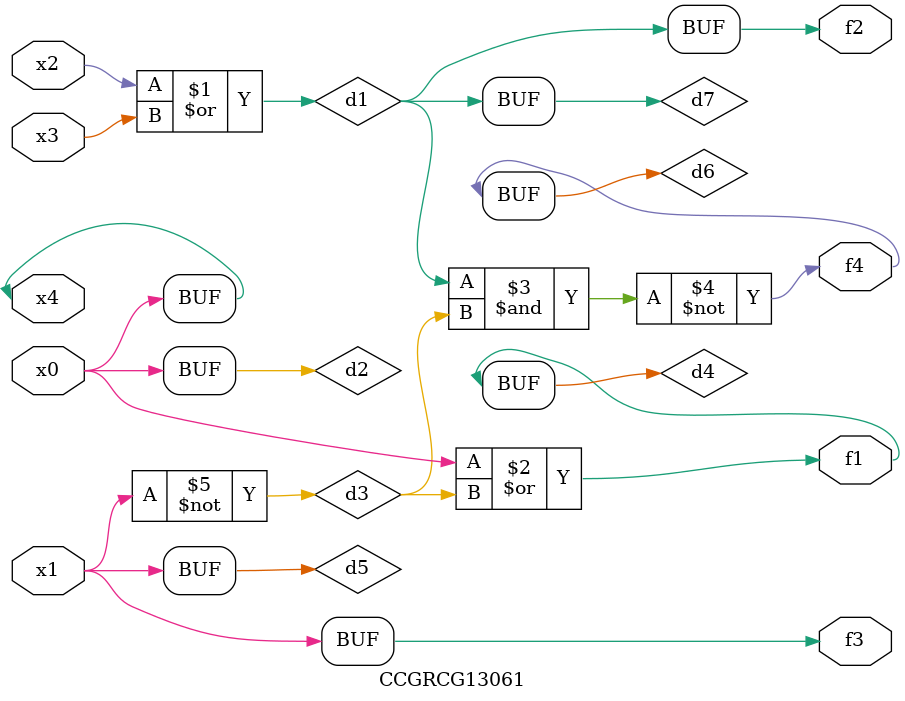
<source format=v>
module CCGRCG13061(
	input x0, x1, x2, x3, x4,
	output f1, f2, f3, f4
);

	wire d1, d2, d3, d4, d5, d6, d7;

	or (d1, x2, x3);
	buf (d2, x0, x4);
	not (d3, x1);
	or (d4, d2, d3);
	not (d5, d3);
	nand (d6, d1, d3);
	or (d7, d1);
	assign f1 = d4;
	assign f2 = d7;
	assign f3 = d5;
	assign f4 = d6;
endmodule

</source>
